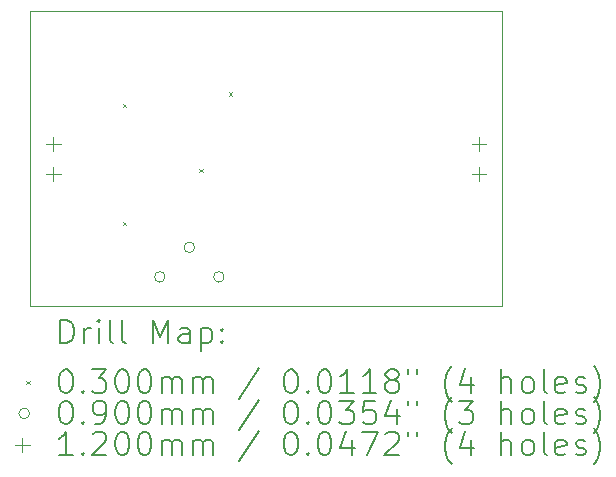
<source format=gbr>
%TF.GenerationSoftware,KiCad,Pcbnew,8.0.3*%
%TF.CreationDate,2024-07-15T18:44:32+02:00*%
%TF.ProjectId,DCDC,44434443-2e6b-4696-9361-645f70636258,rev?*%
%TF.SameCoordinates,Original*%
%TF.FileFunction,Drillmap*%
%TF.FilePolarity,Positive*%
%FSLAX45Y45*%
G04 Gerber Fmt 4.5, Leading zero omitted, Abs format (unit mm)*
G04 Created by KiCad (PCBNEW 8.0.3) date 2024-07-15 18:44:32*
%MOMM*%
%LPD*%
G01*
G04 APERTURE LIST*
%ADD10C,0.050000*%
%ADD11C,0.200000*%
%ADD12C,0.100000*%
%ADD13C,0.120000*%
G04 APERTURE END LIST*
D10*
X8763000Y-10390500D02*
X12763000Y-10390500D01*
X12763000Y-12890500D01*
X8763000Y-12890500D01*
X8763000Y-10390500D01*
D11*
D12*
X9548000Y-11175500D02*
X9578000Y-11205500D01*
X9578000Y-11175500D02*
X9548000Y-11205500D01*
X9548000Y-12175500D02*
X9578000Y-12205500D01*
X9578000Y-12175500D02*
X9548000Y-12205500D01*
X10198000Y-11725500D02*
X10228000Y-11755500D01*
X10228000Y-11725500D02*
X10198000Y-11755500D01*
X10448000Y-11075500D02*
X10478000Y-11105500D01*
X10478000Y-11075500D02*
X10448000Y-11105500D01*
X9908000Y-12640500D02*
G75*
G02*
X9818000Y-12640500I-45000J0D01*
G01*
X9818000Y-12640500D02*
G75*
G02*
X9908000Y-12640500I45000J0D01*
G01*
X10158000Y-12390500D02*
G75*
G02*
X10068000Y-12390500I-45000J0D01*
G01*
X10068000Y-12390500D02*
G75*
G02*
X10158000Y-12390500I45000J0D01*
G01*
X10408000Y-12640500D02*
G75*
G02*
X10318000Y-12640500I-45000J0D01*
G01*
X10318000Y-12640500D02*
G75*
G02*
X10408000Y-12640500I45000J0D01*
G01*
D13*
X8963000Y-11453500D02*
X8963000Y-11573500D01*
X8903000Y-11513500D02*
X9023000Y-11513500D01*
X8963000Y-11707500D02*
X8963000Y-11827500D01*
X8903000Y-11767500D02*
X9023000Y-11767500D01*
X12563000Y-11453500D02*
X12563000Y-11573500D01*
X12503000Y-11513500D02*
X12623000Y-11513500D01*
X12563000Y-11707500D02*
X12563000Y-11827500D01*
X12503000Y-11767500D02*
X12623000Y-11767500D01*
D11*
X9021277Y-13204484D02*
X9021277Y-13004484D01*
X9021277Y-13004484D02*
X9068896Y-13004484D01*
X9068896Y-13004484D02*
X9097467Y-13014008D01*
X9097467Y-13014008D02*
X9116515Y-13033055D01*
X9116515Y-13033055D02*
X9126039Y-13052103D01*
X9126039Y-13052103D02*
X9135563Y-13090198D01*
X9135563Y-13090198D02*
X9135563Y-13118769D01*
X9135563Y-13118769D02*
X9126039Y-13156865D01*
X9126039Y-13156865D02*
X9116515Y-13175912D01*
X9116515Y-13175912D02*
X9097467Y-13194960D01*
X9097467Y-13194960D02*
X9068896Y-13204484D01*
X9068896Y-13204484D02*
X9021277Y-13204484D01*
X9221277Y-13204484D02*
X9221277Y-13071150D01*
X9221277Y-13109246D02*
X9230801Y-13090198D01*
X9230801Y-13090198D02*
X9240324Y-13080674D01*
X9240324Y-13080674D02*
X9259372Y-13071150D01*
X9259372Y-13071150D02*
X9278420Y-13071150D01*
X9345086Y-13204484D02*
X9345086Y-13071150D01*
X9345086Y-13004484D02*
X9335563Y-13014008D01*
X9335563Y-13014008D02*
X9345086Y-13023531D01*
X9345086Y-13023531D02*
X9354610Y-13014008D01*
X9354610Y-13014008D02*
X9345086Y-13004484D01*
X9345086Y-13004484D02*
X9345086Y-13023531D01*
X9468896Y-13204484D02*
X9449848Y-13194960D01*
X9449848Y-13194960D02*
X9440324Y-13175912D01*
X9440324Y-13175912D02*
X9440324Y-13004484D01*
X9573658Y-13204484D02*
X9554610Y-13194960D01*
X9554610Y-13194960D02*
X9545086Y-13175912D01*
X9545086Y-13175912D02*
X9545086Y-13004484D01*
X9802229Y-13204484D02*
X9802229Y-13004484D01*
X9802229Y-13004484D02*
X9868896Y-13147341D01*
X9868896Y-13147341D02*
X9935563Y-13004484D01*
X9935563Y-13004484D02*
X9935563Y-13204484D01*
X10116515Y-13204484D02*
X10116515Y-13099722D01*
X10116515Y-13099722D02*
X10106991Y-13080674D01*
X10106991Y-13080674D02*
X10087944Y-13071150D01*
X10087944Y-13071150D02*
X10049848Y-13071150D01*
X10049848Y-13071150D02*
X10030801Y-13080674D01*
X10116515Y-13194960D02*
X10097467Y-13204484D01*
X10097467Y-13204484D02*
X10049848Y-13204484D01*
X10049848Y-13204484D02*
X10030801Y-13194960D01*
X10030801Y-13194960D02*
X10021277Y-13175912D01*
X10021277Y-13175912D02*
X10021277Y-13156865D01*
X10021277Y-13156865D02*
X10030801Y-13137817D01*
X10030801Y-13137817D02*
X10049848Y-13128293D01*
X10049848Y-13128293D02*
X10097467Y-13128293D01*
X10097467Y-13128293D02*
X10116515Y-13118769D01*
X10211753Y-13071150D02*
X10211753Y-13271150D01*
X10211753Y-13080674D02*
X10230801Y-13071150D01*
X10230801Y-13071150D02*
X10268896Y-13071150D01*
X10268896Y-13071150D02*
X10287944Y-13080674D01*
X10287944Y-13080674D02*
X10297467Y-13090198D01*
X10297467Y-13090198D02*
X10306991Y-13109246D01*
X10306991Y-13109246D02*
X10306991Y-13166388D01*
X10306991Y-13166388D02*
X10297467Y-13185436D01*
X10297467Y-13185436D02*
X10287944Y-13194960D01*
X10287944Y-13194960D02*
X10268896Y-13204484D01*
X10268896Y-13204484D02*
X10230801Y-13204484D01*
X10230801Y-13204484D02*
X10211753Y-13194960D01*
X10392705Y-13185436D02*
X10402229Y-13194960D01*
X10402229Y-13194960D02*
X10392705Y-13204484D01*
X10392705Y-13204484D02*
X10383182Y-13194960D01*
X10383182Y-13194960D02*
X10392705Y-13185436D01*
X10392705Y-13185436D02*
X10392705Y-13204484D01*
X10392705Y-13080674D02*
X10402229Y-13090198D01*
X10402229Y-13090198D02*
X10392705Y-13099722D01*
X10392705Y-13099722D02*
X10383182Y-13090198D01*
X10383182Y-13090198D02*
X10392705Y-13080674D01*
X10392705Y-13080674D02*
X10392705Y-13099722D01*
D12*
X8730500Y-13518000D02*
X8760500Y-13548000D01*
X8760500Y-13518000D02*
X8730500Y-13548000D01*
D11*
X9059372Y-13424484D02*
X9078420Y-13424484D01*
X9078420Y-13424484D02*
X9097467Y-13434008D01*
X9097467Y-13434008D02*
X9106991Y-13443531D01*
X9106991Y-13443531D02*
X9116515Y-13462579D01*
X9116515Y-13462579D02*
X9126039Y-13500674D01*
X9126039Y-13500674D02*
X9126039Y-13548293D01*
X9126039Y-13548293D02*
X9116515Y-13586388D01*
X9116515Y-13586388D02*
X9106991Y-13605436D01*
X9106991Y-13605436D02*
X9097467Y-13614960D01*
X9097467Y-13614960D02*
X9078420Y-13624484D01*
X9078420Y-13624484D02*
X9059372Y-13624484D01*
X9059372Y-13624484D02*
X9040324Y-13614960D01*
X9040324Y-13614960D02*
X9030801Y-13605436D01*
X9030801Y-13605436D02*
X9021277Y-13586388D01*
X9021277Y-13586388D02*
X9011753Y-13548293D01*
X9011753Y-13548293D02*
X9011753Y-13500674D01*
X9011753Y-13500674D02*
X9021277Y-13462579D01*
X9021277Y-13462579D02*
X9030801Y-13443531D01*
X9030801Y-13443531D02*
X9040324Y-13434008D01*
X9040324Y-13434008D02*
X9059372Y-13424484D01*
X9211753Y-13605436D02*
X9221277Y-13614960D01*
X9221277Y-13614960D02*
X9211753Y-13624484D01*
X9211753Y-13624484D02*
X9202229Y-13614960D01*
X9202229Y-13614960D02*
X9211753Y-13605436D01*
X9211753Y-13605436D02*
X9211753Y-13624484D01*
X9287944Y-13424484D02*
X9411753Y-13424484D01*
X9411753Y-13424484D02*
X9345086Y-13500674D01*
X9345086Y-13500674D02*
X9373658Y-13500674D01*
X9373658Y-13500674D02*
X9392705Y-13510198D01*
X9392705Y-13510198D02*
X9402229Y-13519722D01*
X9402229Y-13519722D02*
X9411753Y-13538769D01*
X9411753Y-13538769D02*
X9411753Y-13586388D01*
X9411753Y-13586388D02*
X9402229Y-13605436D01*
X9402229Y-13605436D02*
X9392705Y-13614960D01*
X9392705Y-13614960D02*
X9373658Y-13624484D01*
X9373658Y-13624484D02*
X9316515Y-13624484D01*
X9316515Y-13624484D02*
X9297467Y-13614960D01*
X9297467Y-13614960D02*
X9287944Y-13605436D01*
X9535563Y-13424484D02*
X9554610Y-13424484D01*
X9554610Y-13424484D02*
X9573658Y-13434008D01*
X9573658Y-13434008D02*
X9583182Y-13443531D01*
X9583182Y-13443531D02*
X9592705Y-13462579D01*
X9592705Y-13462579D02*
X9602229Y-13500674D01*
X9602229Y-13500674D02*
X9602229Y-13548293D01*
X9602229Y-13548293D02*
X9592705Y-13586388D01*
X9592705Y-13586388D02*
X9583182Y-13605436D01*
X9583182Y-13605436D02*
X9573658Y-13614960D01*
X9573658Y-13614960D02*
X9554610Y-13624484D01*
X9554610Y-13624484D02*
X9535563Y-13624484D01*
X9535563Y-13624484D02*
X9516515Y-13614960D01*
X9516515Y-13614960D02*
X9506991Y-13605436D01*
X9506991Y-13605436D02*
X9497467Y-13586388D01*
X9497467Y-13586388D02*
X9487944Y-13548293D01*
X9487944Y-13548293D02*
X9487944Y-13500674D01*
X9487944Y-13500674D02*
X9497467Y-13462579D01*
X9497467Y-13462579D02*
X9506991Y-13443531D01*
X9506991Y-13443531D02*
X9516515Y-13434008D01*
X9516515Y-13434008D02*
X9535563Y-13424484D01*
X9726039Y-13424484D02*
X9745086Y-13424484D01*
X9745086Y-13424484D02*
X9764134Y-13434008D01*
X9764134Y-13434008D02*
X9773658Y-13443531D01*
X9773658Y-13443531D02*
X9783182Y-13462579D01*
X9783182Y-13462579D02*
X9792705Y-13500674D01*
X9792705Y-13500674D02*
X9792705Y-13548293D01*
X9792705Y-13548293D02*
X9783182Y-13586388D01*
X9783182Y-13586388D02*
X9773658Y-13605436D01*
X9773658Y-13605436D02*
X9764134Y-13614960D01*
X9764134Y-13614960D02*
X9745086Y-13624484D01*
X9745086Y-13624484D02*
X9726039Y-13624484D01*
X9726039Y-13624484D02*
X9706991Y-13614960D01*
X9706991Y-13614960D02*
X9697467Y-13605436D01*
X9697467Y-13605436D02*
X9687944Y-13586388D01*
X9687944Y-13586388D02*
X9678420Y-13548293D01*
X9678420Y-13548293D02*
X9678420Y-13500674D01*
X9678420Y-13500674D02*
X9687944Y-13462579D01*
X9687944Y-13462579D02*
X9697467Y-13443531D01*
X9697467Y-13443531D02*
X9706991Y-13434008D01*
X9706991Y-13434008D02*
X9726039Y-13424484D01*
X9878420Y-13624484D02*
X9878420Y-13491150D01*
X9878420Y-13510198D02*
X9887944Y-13500674D01*
X9887944Y-13500674D02*
X9906991Y-13491150D01*
X9906991Y-13491150D02*
X9935563Y-13491150D01*
X9935563Y-13491150D02*
X9954610Y-13500674D01*
X9954610Y-13500674D02*
X9964134Y-13519722D01*
X9964134Y-13519722D02*
X9964134Y-13624484D01*
X9964134Y-13519722D02*
X9973658Y-13500674D01*
X9973658Y-13500674D02*
X9992705Y-13491150D01*
X9992705Y-13491150D02*
X10021277Y-13491150D01*
X10021277Y-13491150D02*
X10040325Y-13500674D01*
X10040325Y-13500674D02*
X10049848Y-13519722D01*
X10049848Y-13519722D02*
X10049848Y-13624484D01*
X10145086Y-13624484D02*
X10145086Y-13491150D01*
X10145086Y-13510198D02*
X10154610Y-13500674D01*
X10154610Y-13500674D02*
X10173658Y-13491150D01*
X10173658Y-13491150D02*
X10202229Y-13491150D01*
X10202229Y-13491150D02*
X10221277Y-13500674D01*
X10221277Y-13500674D02*
X10230801Y-13519722D01*
X10230801Y-13519722D02*
X10230801Y-13624484D01*
X10230801Y-13519722D02*
X10240325Y-13500674D01*
X10240325Y-13500674D02*
X10259372Y-13491150D01*
X10259372Y-13491150D02*
X10287944Y-13491150D01*
X10287944Y-13491150D02*
X10306991Y-13500674D01*
X10306991Y-13500674D02*
X10316515Y-13519722D01*
X10316515Y-13519722D02*
X10316515Y-13624484D01*
X10706991Y-13414960D02*
X10535563Y-13672103D01*
X10964134Y-13424484D02*
X10983182Y-13424484D01*
X10983182Y-13424484D02*
X11002229Y-13434008D01*
X11002229Y-13434008D02*
X11011753Y-13443531D01*
X11011753Y-13443531D02*
X11021277Y-13462579D01*
X11021277Y-13462579D02*
X11030801Y-13500674D01*
X11030801Y-13500674D02*
X11030801Y-13548293D01*
X11030801Y-13548293D02*
X11021277Y-13586388D01*
X11021277Y-13586388D02*
X11011753Y-13605436D01*
X11011753Y-13605436D02*
X11002229Y-13614960D01*
X11002229Y-13614960D02*
X10983182Y-13624484D01*
X10983182Y-13624484D02*
X10964134Y-13624484D01*
X10964134Y-13624484D02*
X10945087Y-13614960D01*
X10945087Y-13614960D02*
X10935563Y-13605436D01*
X10935563Y-13605436D02*
X10926039Y-13586388D01*
X10926039Y-13586388D02*
X10916515Y-13548293D01*
X10916515Y-13548293D02*
X10916515Y-13500674D01*
X10916515Y-13500674D02*
X10926039Y-13462579D01*
X10926039Y-13462579D02*
X10935563Y-13443531D01*
X10935563Y-13443531D02*
X10945087Y-13434008D01*
X10945087Y-13434008D02*
X10964134Y-13424484D01*
X11116515Y-13605436D02*
X11126039Y-13614960D01*
X11126039Y-13614960D02*
X11116515Y-13624484D01*
X11116515Y-13624484D02*
X11106991Y-13614960D01*
X11106991Y-13614960D02*
X11116515Y-13605436D01*
X11116515Y-13605436D02*
X11116515Y-13624484D01*
X11249848Y-13424484D02*
X11268896Y-13424484D01*
X11268896Y-13424484D02*
X11287944Y-13434008D01*
X11287944Y-13434008D02*
X11297467Y-13443531D01*
X11297467Y-13443531D02*
X11306991Y-13462579D01*
X11306991Y-13462579D02*
X11316515Y-13500674D01*
X11316515Y-13500674D02*
X11316515Y-13548293D01*
X11316515Y-13548293D02*
X11306991Y-13586388D01*
X11306991Y-13586388D02*
X11297467Y-13605436D01*
X11297467Y-13605436D02*
X11287944Y-13614960D01*
X11287944Y-13614960D02*
X11268896Y-13624484D01*
X11268896Y-13624484D02*
X11249848Y-13624484D01*
X11249848Y-13624484D02*
X11230801Y-13614960D01*
X11230801Y-13614960D02*
X11221277Y-13605436D01*
X11221277Y-13605436D02*
X11211753Y-13586388D01*
X11211753Y-13586388D02*
X11202229Y-13548293D01*
X11202229Y-13548293D02*
X11202229Y-13500674D01*
X11202229Y-13500674D02*
X11211753Y-13462579D01*
X11211753Y-13462579D02*
X11221277Y-13443531D01*
X11221277Y-13443531D02*
X11230801Y-13434008D01*
X11230801Y-13434008D02*
X11249848Y-13424484D01*
X11506991Y-13624484D02*
X11392706Y-13624484D01*
X11449848Y-13624484D02*
X11449848Y-13424484D01*
X11449848Y-13424484D02*
X11430801Y-13453055D01*
X11430801Y-13453055D02*
X11411753Y-13472103D01*
X11411753Y-13472103D02*
X11392706Y-13481627D01*
X11697467Y-13624484D02*
X11583182Y-13624484D01*
X11640325Y-13624484D02*
X11640325Y-13424484D01*
X11640325Y-13424484D02*
X11621277Y-13453055D01*
X11621277Y-13453055D02*
X11602229Y-13472103D01*
X11602229Y-13472103D02*
X11583182Y-13481627D01*
X11811753Y-13510198D02*
X11792706Y-13500674D01*
X11792706Y-13500674D02*
X11783182Y-13491150D01*
X11783182Y-13491150D02*
X11773658Y-13472103D01*
X11773658Y-13472103D02*
X11773658Y-13462579D01*
X11773658Y-13462579D02*
X11783182Y-13443531D01*
X11783182Y-13443531D02*
X11792706Y-13434008D01*
X11792706Y-13434008D02*
X11811753Y-13424484D01*
X11811753Y-13424484D02*
X11849848Y-13424484D01*
X11849848Y-13424484D02*
X11868896Y-13434008D01*
X11868896Y-13434008D02*
X11878420Y-13443531D01*
X11878420Y-13443531D02*
X11887944Y-13462579D01*
X11887944Y-13462579D02*
X11887944Y-13472103D01*
X11887944Y-13472103D02*
X11878420Y-13491150D01*
X11878420Y-13491150D02*
X11868896Y-13500674D01*
X11868896Y-13500674D02*
X11849848Y-13510198D01*
X11849848Y-13510198D02*
X11811753Y-13510198D01*
X11811753Y-13510198D02*
X11792706Y-13519722D01*
X11792706Y-13519722D02*
X11783182Y-13529246D01*
X11783182Y-13529246D02*
X11773658Y-13548293D01*
X11773658Y-13548293D02*
X11773658Y-13586388D01*
X11773658Y-13586388D02*
X11783182Y-13605436D01*
X11783182Y-13605436D02*
X11792706Y-13614960D01*
X11792706Y-13614960D02*
X11811753Y-13624484D01*
X11811753Y-13624484D02*
X11849848Y-13624484D01*
X11849848Y-13624484D02*
X11868896Y-13614960D01*
X11868896Y-13614960D02*
X11878420Y-13605436D01*
X11878420Y-13605436D02*
X11887944Y-13586388D01*
X11887944Y-13586388D02*
X11887944Y-13548293D01*
X11887944Y-13548293D02*
X11878420Y-13529246D01*
X11878420Y-13529246D02*
X11868896Y-13519722D01*
X11868896Y-13519722D02*
X11849848Y-13510198D01*
X11964134Y-13424484D02*
X11964134Y-13462579D01*
X12040325Y-13424484D02*
X12040325Y-13462579D01*
X12335563Y-13700674D02*
X12326039Y-13691150D01*
X12326039Y-13691150D02*
X12306991Y-13662579D01*
X12306991Y-13662579D02*
X12297468Y-13643531D01*
X12297468Y-13643531D02*
X12287944Y-13614960D01*
X12287944Y-13614960D02*
X12278420Y-13567341D01*
X12278420Y-13567341D02*
X12278420Y-13529246D01*
X12278420Y-13529246D02*
X12287944Y-13481627D01*
X12287944Y-13481627D02*
X12297468Y-13453055D01*
X12297468Y-13453055D02*
X12306991Y-13434008D01*
X12306991Y-13434008D02*
X12326039Y-13405436D01*
X12326039Y-13405436D02*
X12335563Y-13395912D01*
X12497468Y-13491150D02*
X12497468Y-13624484D01*
X12449848Y-13414960D02*
X12402229Y-13557817D01*
X12402229Y-13557817D02*
X12526039Y-13557817D01*
X12754610Y-13624484D02*
X12754610Y-13424484D01*
X12840325Y-13624484D02*
X12840325Y-13519722D01*
X12840325Y-13519722D02*
X12830801Y-13500674D01*
X12830801Y-13500674D02*
X12811753Y-13491150D01*
X12811753Y-13491150D02*
X12783182Y-13491150D01*
X12783182Y-13491150D02*
X12764134Y-13500674D01*
X12764134Y-13500674D02*
X12754610Y-13510198D01*
X12964134Y-13624484D02*
X12945087Y-13614960D01*
X12945087Y-13614960D02*
X12935563Y-13605436D01*
X12935563Y-13605436D02*
X12926039Y-13586388D01*
X12926039Y-13586388D02*
X12926039Y-13529246D01*
X12926039Y-13529246D02*
X12935563Y-13510198D01*
X12935563Y-13510198D02*
X12945087Y-13500674D01*
X12945087Y-13500674D02*
X12964134Y-13491150D01*
X12964134Y-13491150D02*
X12992706Y-13491150D01*
X12992706Y-13491150D02*
X13011753Y-13500674D01*
X13011753Y-13500674D02*
X13021277Y-13510198D01*
X13021277Y-13510198D02*
X13030801Y-13529246D01*
X13030801Y-13529246D02*
X13030801Y-13586388D01*
X13030801Y-13586388D02*
X13021277Y-13605436D01*
X13021277Y-13605436D02*
X13011753Y-13614960D01*
X13011753Y-13614960D02*
X12992706Y-13624484D01*
X12992706Y-13624484D02*
X12964134Y-13624484D01*
X13145087Y-13624484D02*
X13126039Y-13614960D01*
X13126039Y-13614960D02*
X13116515Y-13595912D01*
X13116515Y-13595912D02*
X13116515Y-13424484D01*
X13297468Y-13614960D02*
X13278420Y-13624484D01*
X13278420Y-13624484D02*
X13240325Y-13624484D01*
X13240325Y-13624484D02*
X13221277Y-13614960D01*
X13221277Y-13614960D02*
X13211753Y-13595912D01*
X13211753Y-13595912D02*
X13211753Y-13519722D01*
X13211753Y-13519722D02*
X13221277Y-13500674D01*
X13221277Y-13500674D02*
X13240325Y-13491150D01*
X13240325Y-13491150D02*
X13278420Y-13491150D01*
X13278420Y-13491150D02*
X13297468Y-13500674D01*
X13297468Y-13500674D02*
X13306991Y-13519722D01*
X13306991Y-13519722D02*
X13306991Y-13538769D01*
X13306991Y-13538769D02*
X13211753Y-13557817D01*
X13383182Y-13614960D02*
X13402230Y-13624484D01*
X13402230Y-13624484D02*
X13440325Y-13624484D01*
X13440325Y-13624484D02*
X13459372Y-13614960D01*
X13459372Y-13614960D02*
X13468896Y-13595912D01*
X13468896Y-13595912D02*
X13468896Y-13586388D01*
X13468896Y-13586388D02*
X13459372Y-13567341D01*
X13459372Y-13567341D02*
X13440325Y-13557817D01*
X13440325Y-13557817D02*
X13411753Y-13557817D01*
X13411753Y-13557817D02*
X13392706Y-13548293D01*
X13392706Y-13548293D02*
X13383182Y-13529246D01*
X13383182Y-13529246D02*
X13383182Y-13519722D01*
X13383182Y-13519722D02*
X13392706Y-13500674D01*
X13392706Y-13500674D02*
X13411753Y-13491150D01*
X13411753Y-13491150D02*
X13440325Y-13491150D01*
X13440325Y-13491150D02*
X13459372Y-13500674D01*
X13535563Y-13700674D02*
X13545087Y-13691150D01*
X13545087Y-13691150D02*
X13564134Y-13662579D01*
X13564134Y-13662579D02*
X13573658Y-13643531D01*
X13573658Y-13643531D02*
X13583182Y-13614960D01*
X13583182Y-13614960D02*
X13592706Y-13567341D01*
X13592706Y-13567341D02*
X13592706Y-13529246D01*
X13592706Y-13529246D02*
X13583182Y-13481627D01*
X13583182Y-13481627D02*
X13573658Y-13453055D01*
X13573658Y-13453055D02*
X13564134Y-13434008D01*
X13564134Y-13434008D02*
X13545087Y-13405436D01*
X13545087Y-13405436D02*
X13535563Y-13395912D01*
D12*
X8760500Y-13797000D02*
G75*
G02*
X8670500Y-13797000I-45000J0D01*
G01*
X8670500Y-13797000D02*
G75*
G02*
X8760500Y-13797000I45000J0D01*
G01*
D11*
X9059372Y-13688484D02*
X9078420Y-13688484D01*
X9078420Y-13688484D02*
X9097467Y-13698008D01*
X9097467Y-13698008D02*
X9106991Y-13707531D01*
X9106991Y-13707531D02*
X9116515Y-13726579D01*
X9116515Y-13726579D02*
X9126039Y-13764674D01*
X9126039Y-13764674D02*
X9126039Y-13812293D01*
X9126039Y-13812293D02*
X9116515Y-13850388D01*
X9116515Y-13850388D02*
X9106991Y-13869436D01*
X9106991Y-13869436D02*
X9097467Y-13878960D01*
X9097467Y-13878960D02*
X9078420Y-13888484D01*
X9078420Y-13888484D02*
X9059372Y-13888484D01*
X9059372Y-13888484D02*
X9040324Y-13878960D01*
X9040324Y-13878960D02*
X9030801Y-13869436D01*
X9030801Y-13869436D02*
X9021277Y-13850388D01*
X9021277Y-13850388D02*
X9011753Y-13812293D01*
X9011753Y-13812293D02*
X9011753Y-13764674D01*
X9011753Y-13764674D02*
X9021277Y-13726579D01*
X9021277Y-13726579D02*
X9030801Y-13707531D01*
X9030801Y-13707531D02*
X9040324Y-13698008D01*
X9040324Y-13698008D02*
X9059372Y-13688484D01*
X9211753Y-13869436D02*
X9221277Y-13878960D01*
X9221277Y-13878960D02*
X9211753Y-13888484D01*
X9211753Y-13888484D02*
X9202229Y-13878960D01*
X9202229Y-13878960D02*
X9211753Y-13869436D01*
X9211753Y-13869436D02*
X9211753Y-13888484D01*
X9316515Y-13888484D02*
X9354610Y-13888484D01*
X9354610Y-13888484D02*
X9373658Y-13878960D01*
X9373658Y-13878960D02*
X9383182Y-13869436D01*
X9383182Y-13869436D02*
X9402229Y-13840865D01*
X9402229Y-13840865D02*
X9411753Y-13802769D01*
X9411753Y-13802769D02*
X9411753Y-13726579D01*
X9411753Y-13726579D02*
X9402229Y-13707531D01*
X9402229Y-13707531D02*
X9392705Y-13698008D01*
X9392705Y-13698008D02*
X9373658Y-13688484D01*
X9373658Y-13688484D02*
X9335563Y-13688484D01*
X9335563Y-13688484D02*
X9316515Y-13698008D01*
X9316515Y-13698008D02*
X9306991Y-13707531D01*
X9306991Y-13707531D02*
X9297467Y-13726579D01*
X9297467Y-13726579D02*
X9297467Y-13774198D01*
X9297467Y-13774198D02*
X9306991Y-13793246D01*
X9306991Y-13793246D02*
X9316515Y-13802769D01*
X9316515Y-13802769D02*
X9335563Y-13812293D01*
X9335563Y-13812293D02*
X9373658Y-13812293D01*
X9373658Y-13812293D02*
X9392705Y-13802769D01*
X9392705Y-13802769D02*
X9402229Y-13793246D01*
X9402229Y-13793246D02*
X9411753Y-13774198D01*
X9535563Y-13688484D02*
X9554610Y-13688484D01*
X9554610Y-13688484D02*
X9573658Y-13698008D01*
X9573658Y-13698008D02*
X9583182Y-13707531D01*
X9583182Y-13707531D02*
X9592705Y-13726579D01*
X9592705Y-13726579D02*
X9602229Y-13764674D01*
X9602229Y-13764674D02*
X9602229Y-13812293D01*
X9602229Y-13812293D02*
X9592705Y-13850388D01*
X9592705Y-13850388D02*
X9583182Y-13869436D01*
X9583182Y-13869436D02*
X9573658Y-13878960D01*
X9573658Y-13878960D02*
X9554610Y-13888484D01*
X9554610Y-13888484D02*
X9535563Y-13888484D01*
X9535563Y-13888484D02*
X9516515Y-13878960D01*
X9516515Y-13878960D02*
X9506991Y-13869436D01*
X9506991Y-13869436D02*
X9497467Y-13850388D01*
X9497467Y-13850388D02*
X9487944Y-13812293D01*
X9487944Y-13812293D02*
X9487944Y-13764674D01*
X9487944Y-13764674D02*
X9497467Y-13726579D01*
X9497467Y-13726579D02*
X9506991Y-13707531D01*
X9506991Y-13707531D02*
X9516515Y-13698008D01*
X9516515Y-13698008D02*
X9535563Y-13688484D01*
X9726039Y-13688484D02*
X9745086Y-13688484D01*
X9745086Y-13688484D02*
X9764134Y-13698008D01*
X9764134Y-13698008D02*
X9773658Y-13707531D01*
X9773658Y-13707531D02*
X9783182Y-13726579D01*
X9783182Y-13726579D02*
X9792705Y-13764674D01*
X9792705Y-13764674D02*
X9792705Y-13812293D01*
X9792705Y-13812293D02*
X9783182Y-13850388D01*
X9783182Y-13850388D02*
X9773658Y-13869436D01*
X9773658Y-13869436D02*
X9764134Y-13878960D01*
X9764134Y-13878960D02*
X9745086Y-13888484D01*
X9745086Y-13888484D02*
X9726039Y-13888484D01*
X9726039Y-13888484D02*
X9706991Y-13878960D01*
X9706991Y-13878960D02*
X9697467Y-13869436D01*
X9697467Y-13869436D02*
X9687944Y-13850388D01*
X9687944Y-13850388D02*
X9678420Y-13812293D01*
X9678420Y-13812293D02*
X9678420Y-13764674D01*
X9678420Y-13764674D02*
X9687944Y-13726579D01*
X9687944Y-13726579D02*
X9697467Y-13707531D01*
X9697467Y-13707531D02*
X9706991Y-13698008D01*
X9706991Y-13698008D02*
X9726039Y-13688484D01*
X9878420Y-13888484D02*
X9878420Y-13755150D01*
X9878420Y-13774198D02*
X9887944Y-13764674D01*
X9887944Y-13764674D02*
X9906991Y-13755150D01*
X9906991Y-13755150D02*
X9935563Y-13755150D01*
X9935563Y-13755150D02*
X9954610Y-13764674D01*
X9954610Y-13764674D02*
X9964134Y-13783722D01*
X9964134Y-13783722D02*
X9964134Y-13888484D01*
X9964134Y-13783722D02*
X9973658Y-13764674D01*
X9973658Y-13764674D02*
X9992705Y-13755150D01*
X9992705Y-13755150D02*
X10021277Y-13755150D01*
X10021277Y-13755150D02*
X10040325Y-13764674D01*
X10040325Y-13764674D02*
X10049848Y-13783722D01*
X10049848Y-13783722D02*
X10049848Y-13888484D01*
X10145086Y-13888484D02*
X10145086Y-13755150D01*
X10145086Y-13774198D02*
X10154610Y-13764674D01*
X10154610Y-13764674D02*
X10173658Y-13755150D01*
X10173658Y-13755150D02*
X10202229Y-13755150D01*
X10202229Y-13755150D02*
X10221277Y-13764674D01*
X10221277Y-13764674D02*
X10230801Y-13783722D01*
X10230801Y-13783722D02*
X10230801Y-13888484D01*
X10230801Y-13783722D02*
X10240325Y-13764674D01*
X10240325Y-13764674D02*
X10259372Y-13755150D01*
X10259372Y-13755150D02*
X10287944Y-13755150D01*
X10287944Y-13755150D02*
X10306991Y-13764674D01*
X10306991Y-13764674D02*
X10316515Y-13783722D01*
X10316515Y-13783722D02*
X10316515Y-13888484D01*
X10706991Y-13678960D02*
X10535563Y-13936103D01*
X10964134Y-13688484D02*
X10983182Y-13688484D01*
X10983182Y-13688484D02*
X11002229Y-13698008D01*
X11002229Y-13698008D02*
X11011753Y-13707531D01*
X11011753Y-13707531D02*
X11021277Y-13726579D01*
X11021277Y-13726579D02*
X11030801Y-13764674D01*
X11030801Y-13764674D02*
X11030801Y-13812293D01*
X11030801Y-13812293D02*
X11021277Y-13850388D01*
X11021277Y-13850388D02*
X11011753Y-13869436D01*
X11011753Y-13869436D02*
X11002229Y-13878960D01*
X11002229Y-13878960D02*
X10983182Y-13888484D01*
X10983182Y-13888484D02*
X10964134Y-13888484D01*
X10964134Y-13888484D02*
X10945087Y-13878960D01*
X10945087Y-13878960D02*
X10935563Y-13869436D01*
X10935563Y-13869436D02*
X10926039Y-13850388D01*
X10926039Y-13850388D02*
X10916515Y-13812293D01*
X10916515Y-13812293D02*
X10916515Y-13764674D01*
X10916515Y-13764674D02*
X10926039Y-13726579D01*
X10926039Y-13726579D02*
X10935563Y-13707531D01*
X10935563Y-13707531D02*
X10945087Y-13698008D01*
X10945087Y-13698008D02*
X10964134Y-13688484D01*
X11116515Y-13869436D02*
X11126039Y-13878960D01*
X11126039Y-13878960D02*
X11116515Y-13888484D01*
X11116515Y-13888484D02*
X11106991Y-13878960D01*
X11106991Y-13878960D02*
X11116515Y-13869436D01*
X11116515Y-13869436D02*
X11116515Y-13888484D01*
X11249848Y-13688484D02*
X11268896Y-13688484D01*
X11268896Y-13688484D02*
X11287944Y-13698008D01*
X11287944Y-13698008D02*
X11297467Y-13707531D01*
X11297467Y-13707531D02*
X11306991Y-13726579D01*
X11306991Y-13726579D02*
X11316515Y-13764674D01*
X11316515Y-13764674D02*
X11316515Y-13812293D01*
X11316515Y-13812293D02*
X11306991Y-13850388D01*
X11306991Y-13850388D02*
X11297467Y-13869436D01*
X11297467Y-13869436D02*
X11287944Y-13878960D01*
X11287944Y-13878960D02*
X11268896Y-13888484D01*
X11268896Y-13888484D02*
X11249848Y-13888484D01*
X11249848Y-13888484D02*
X11230801Y-13878960D01*
X11230801Y-13878960D02*
X11221277Y-13869436D01*
X11221277Y-13869436D02*
X11211753Y-13850388D01*
X11211753Y-13850388D02*
X11202229Y-13812293D01*
X11202229Y-13812293D02*
X11202229Y-13764674D01*
X11202229Y-13764674D02*
X11211753Y-13726579D01*
X11211753Y-13726579D02*
X11221277Y-13707531D01*
X11221277Y-13707531D02*
X11230801Y-13698008D01*
X11230801Y-13698008D02*
X11249848Y-13688484D01*
X11383182Y-13688484D02*
X11506991Y-13688484D01*
X11506991Y-13688484D02*
X11440325Y-13764674D01*
X11440325Y-13764674D02*
X11468896Y-13764674D01*
X11468896Y-13764674D02*
X11487944Y-13774198D01*
X11487944Y-13774198D02*
X11497467Y-13783722D01*
X11497467Y-13783722D02*
X11506991Y-13802769D01*
X11506991Y-13802769D02*
X11506991Y-13850388D01*
X11506991Y-13850388D02*
X11497467Y-13869436D01*
X11497467Y-13869436D02*
X11487944Y-13878960D01*
X11487944Y-13878960D02*
X11468896Y-13888484D01*
X11468896Y-13888484D02*
X11411753Y-13888484D01*
X11411753Y-13888484D02*
X11392706Y-13878960D01*
X11392706Y-13878960D02*
X11383182Y-13869436D01*
X11687944Y-13688484D02*
X11592706Y-13688484D01*
X11592706Y-13688484D02*
X11583182Y-13783722D01*
X11583182Y-13783722D02*
X11592706Y-13774198D01*
X11592706Y-13774198D02*
X11611753Y-13764674D01*
X11611753Y-13764674D02*
X11659372Y-13764674D01*
X11659372Y-13764674D02*
X11678420Y-13774198D01*
X11678420Y-13774198D02*
X11687944Y-13783722D01*
X11687944Y-13783722D02*
X11697467Y-13802769D01*
X11697467Y-13802769D02*
X11697467Y-13850388D01*
X11697467Y-13850388D02*
X11687944Y-13869436D01*
X11687944Y-13869436D02*
X11678420Y-13878960D01*
X11678420Y-13878960D02*
X11659372Y-13888484D01*
X11659372Y-13888484D02*
X11611753Y-13888484D01*
X11611753Y-13888484D02*
X11592706Y-13878960D01*
X11592706Y-13878960D02*
X11583182Y-13869436D01*
X11868896Y-13755150D02*
X11868896Y-13888484D01*
X11821277Y-13678960D02*
X11773658Y-13821817D01*
X11773658Y-13821817D02*
X11897467Y-13821817D01*
X11964134Y-13688484D02*
X11964134Y-13726579D01*
X12040325Y-13688484D02*
X12040325Y-13726579D01*
X12335563Y-13964674D02*
X12326039Y-13955150D01*
X12326039Y-13955150D02*
X12306991Y-13926579D01*
X12306991Y-13926579D02*
X12297468Y-13907531D01*
X12297468Y-13907531D02*
X12287944Y-13878960D01*
X12287944Y-13878960D02*
X12278420Y-13831341D01*
X12278420Y-13831341D02*
X12278420Y-13793246D01*
X12278420Y-13793246D02*
X12287944Y-13745627D01*
X12287944Y-13745627D02*
X12297468Y-13717055D01*
X12297468Y-13717055D02*
X12306991Y-13698008D01*
X12306991Y-13698008D02*
X12326039Y-13669436D01*
X12326039Y-13669436D02*
X12335563Y-13659912D01*
X12392706Y-13688484D02*
X12516515Y-13688484D01*
X12516515Y-13688484D02*
X12449848Y-13764674D01*
X12449848Y-13764674D02*
X12478420Y-13764674D01*
X12478420Y-13764674D02*
X12497468Y-13774198D01*
X12497468Y-13774198D02*
X12506991Y-13783722D01*
X12506991Y-13783722D02*
X12516515Y-13802769D01*
X12516515Y-13802769D02*
X12516515Y-13850388D01*
X12516515Y-13850388D02*
X12506991Y-13869436D01*
X12506991Y-13869436D02*
X12497468Y-13878960D01*
X12497468Y-13878960D02*
X12478420Y-13888484D01*
X12478420Y-13888484D02*
X12421277Y-13888484D01*
X12421277Y-13888484D02*
X12402229Y-13878960D01*
X12402229Y-13878960D02*
X12392706Y-13869436D01*
X12754610Y-13888484D02*
X12754610Y-13688484D01*
X12840325Y-13888484D02*
X12840325Y-13783722D01*
X12840325Y-13783722D02*
X12830801Y-13764674D01*
X12830801Y-13764674D02*
X12811753Y-13755150D01*
X12811753Y-13755150D02*
X12783182Y-13755150D01*
X12783182Y-13755150D02*
X12764134Y-13764674D01*
X12764134Y-13764674D02*
X12754610Y-13774198D01*
X12964134Y-13888484D02*
X12945087Y-13878960D01*
X12945087Y-13878960D02*
X12935563Y-13869436D01*
X12935563Y-13869436D02*
X12926039Y-13850388D01*
X12926039Y-13850388D02*
X12926039Y-13793246D01*
X12926039Y-13793246D02*
X12935563Y-13774198D01*
X12935563Y-13774198D02*
X12945087Y-13764674D01*
X12945087Y-13764674D02*
X12964134Y-13755150D01*
X12964134Y-13755150D02*
X12992706Y-13755150D01*
X12992706Y-13755150D02*
X13011753Y-13764674D01*
X13011753Y-13764674D02*
X13021277Y-13774198D01*
X13021277Y-13774198D02*
X13030801Y-13793246D01*
X13030801Y-13793246D02*
X13030801Y-13850388D01*
X13030801Y-13850388D02*
X13021277Y-13869436D01*
X13021277Y-13869436D02*
X13011753Y-13878960D01*
X13011753Y-13878960D02*
X12992706Y-13888484D01*
X12992706Y-13888484D02*
X12964134Y-13888484D01*
X13145087Y-13888484D02*
X13126039Y-13878960D01*
X13126039Y-13878960D02*
X13116515Y-13859912D01*
X13116515Y-13859912D02*
X13116515Y-13688484D01*
X13297468Y-13878960D02*
X13278420Y-13888484D01*
X13278420Y-13888484D02*
X13240325Y-13888484D01*
X13240325Y-13888484D02*
X13221277Y-13878960D01*
X13221277Y-13878960D02*
X13211753Y-13859912D01*
X13211753Y-13859912D02*
X13211753Y-13783722D01*
X13211753Y-13783722D02*
X13221277Y-13764674D01*
X13221277Y-13764674D02*
X13240325Y-13755150D01*
X13240325Y-13755150D02*
X13278420Y-13755150D01*
X13278420Y-13755150D02*
X13297468Y-13764674D01*
X13297468Y-13764674D02*
X13306991Y-13783722D01*
X13306991Y-13783722D02*
X13306991Y-13802769D01*
X13306991Y-13802769D02*
X13211753Y-13821817D01*
X13383182Y-13878960D02*
X13402230Y-13888484D01*
X13402230Y-13888484D02*
X13440325Y-13888484D01*
X13440325Y-13888484D02*
X13459372Y-13878960D01*
X13459372Y-13878960D02*
X13468896Y-13859912D01*
X13468896Y-13859912D02*
X13468896Y-13850388D01*
X13468896Y-13850388D02*
X13459372Y-13831341D01*
X13459372Y-13831341D02*
X13440325Y-13821817D01*
X13440325Y-13821817D02*
X13411753Y-13821817D01*
X13411753Y-13821817D02*
X13392706Y-13812293D01*
X13392706Y-13812293D02*
X13383182Y-13793246D01*
X13383182Y-13793246D02*
X13383182Y-13783722D01*
X13383182Y-13783722D02*
X13392706Y-13764674D01*
X13392706Y-13764674D02*
X13411753Y-13755150D01*
X13411753Y-13755150D02*
X13440325Y-13755150D01*
X13440325Y-13755150D02*
X13459372Y-13764674D01*
X13535563Y-13964674D02*
X13545087Y-13955150D01*
X13545087Y-13955150D02*
X13564134Y-13926579D01*
X13564134Y-13926579D02*
X13573658Y-13907531D01*
X13573658Y-13907531D02*
X13583182Y-13878960D01*
X13583182Y-13878960D02*
X13592706Y-13831341D01*
X13592706Y-13831341D02*
X13592706Y-13793246D01*
X13592706Y-13793246D02*
X13583182Y-13745627D01*
X13583182Y-13745627D02*
X13573658Y-13717055D01*
X13573658Y-13717055D02*
X13564134Y-13698008D01*
X13564134Y-13698008D02*
X13545087Y-13669436D01*
X13545087Y-13669436D02*
X13535563Y-13659912D01*
D13*
X8700500Y-14001000D02*
X8700500Y-14121000D01*
X8640500Y-14061000D02*
X8760500Y-14061000D01*
D11*
X9126039Y-14152484D02*
X9011753Y-14152484D01*
X9068896Y-14152484D02*
X9068896Y-13952484D01*
X9068896Y-13952484D02*
X9049848Y-13981055D01*
X9049848Y-13981055D02*
X9030801Y-14000103D01*
X9030801Y-14000103D02*
X9011753Y-14009627D01*
X9211753Y-14133436D02*
X9221277Y-14142960D01*
X9221277Y-14142960D02*
X9211753Y-14152484D01*
X9211753Y-14152484D02*
X9202229Y-14142960D01*
X9202229Y-14142960D02*
X9211753Y-14133436D01*
X9211753Y-14133436D02*
X9211753Y-14152484D01*
X9297467Y-13971531D02*
X9306991Y-13962008D01*
X9306991Y-13962008D02*
X9326039Y-13952484D01*
X9326039Y-13952484D02*
X9373658Y-13952484D01*
X9373658Y-13952484D02*
X9392705Y-13962008D01*
X9392705Y-13962008D02*
X9402229Y-13971531D01*
X9402229Y-13971531D02*
X9411753Y-13990579D01*
X9411753Y-13990579D02*
X9411753Y-14009627D01*
X9411753Y-14009627D02*
X9402229Y-14038198D01*
X9402229Y-14038198D02*
X9287944Y-14152484D01*
X9287944Y-14152484D02*
X9411753Y-14152484D01*
X9535563Y-13952484D02*
X9554610Y-13952484D01*
X9554610Y-13952484D02*
X9573658Y-13962008D01*
X9573658Y-13962008D02*
X9583182Y-13971531D01*
X9583182Y-13971531D02*
X9592705Y-13990579D01*
X9592705Y-13990579D02*
X9602229Y-14028674D01*
X9602229Y-14028674D02*
X9602229Y-14076293D01*
X9602229Y-14076293D02*
X9592705Y-14114388D01*
X9592705Y-14114388D02*
X9583182Y-14133436D01*
X9583182Y-14133436D02*
X9573658Y-14142960D01*
X9573658Y-14142960D02*
X9554610Y-14152484D01*
X9554610Y-14152484D02*
X9535563Y-14152484D01*
X9535563Y-14152484D02*
X9516515Y-14142960D01*
X9516515Y-14142960D02*
X9506991Y-14133436D01*
X9506991Y-14133436D02*
X9497467Y-14114388D01*
X9497467Y-14114388D02*
X9487944Y-14076293D01*
X9487944Y-14076293D02*
X9487944Y-14028674D01*
X9487944Y-14028674D02*
X9497467Y-13990579D01*
X9497467Y-13990579D02*
X9506991Y-13971531D01*
X9506991Y-13971531D02*
X9516515Y-13962008D01*
X9516515Y-13962008D02*
X9535563Y-13952484D01*
X9726039Y-13952484D02*
X9745086Y-13952484D01*
X9745086Y-13952484D02*
X9764134Y-13962008D01*
X9764134Y-13962008D02*
X9773658Y-13971531D01*
X9773658Y-13971531D02*
X9783182Y-13990579D01*
X9783182Y-13990579D02*
X9792705Y-14028674D01*
X9792705Y-14028674D02*
X9792705Y-14076293D01*
X9792705Y-14076293D02*
X9783182Y-14114388D01*
X9783182Y-14114388D02*
X9773658Y-14133436D01*
X9773658Y-14133436D02*
X9764134Y-14142960D01*
X9764134Y-14142960D02*
X9745086Y-14152484D01*
X9745086Y-14152484D02*
X9726039Y-14152484D01*
X9726039Y-14152484D02*
X9706991Y-14142960D01*
X9706991Y-14142960D02*
X9697467Y-14133436D01*
X9697467Y-14133436D02*
X9687944Y-14114388D01*
X9687944Y-14114388D02*
X9678420Y-14076293D01*
X9678420Y-14076293D02*
X9678420Y-14028674D01*
X9678420Y-14028674D02*
X9687944Y-13990579D01*
X9687944Y-13990579D02*
X9697467Y-13971531D01*
X9697467Y-13971531D02*
X9706991Y-13962008D01*
X9706991Y-13962008D02*
X9726039Y-13952484D01*
X9878420Y-14152484D02*
X9878420Y-14019150D01*
X9878420Y-14038198D02*
X9887944Y-14028674D01*
X9887944Y-14028674D02*
X9906991Y-14019150D01*
X9906991Y-14019150D02*
X9935563Y-14019150D01*
X9935563Y-14019150D02*
X9954610Y-14028674D01*
X9954610Y-14028674D02*
X9964134Y-14047722D01*
X9964134Y-14047722D02*
X9964134Y-14152484D01*
X9964134Y-14047722D02*
X9973658Y-14028674D01*
X9973658Y-14028674D02*
X9992705Y-14019150D01*
X9992705Y-14019150D02*
X10021277Y-14019150D01*
X10021277Y-14019150D02*
X10040325Y-14028674D01*
X10040325Y-14028674D02*
X10049848Y-14047722D01*
X10049848Y-14047722D02*
X10049848Y-14152484D01*
X10145086Y-14152484D02*
X10145086Y-14019150D01*
X10145086Y-14038198D02*
X10154610Y-14028674D01*
X10154610Y-14028674D02*
X10173658Y-14019150D01*
X10173658Y-14019150D02*
X10202229Y-14019150D01*
X10202229Y-14019150D02*
X10221277Y-14028674D01*
X10221277Y-14028674D02*
X10230801Y-14047722D01*
X10230801Y-14047722D02*
X10230801Y-14152484D01*
X10230801Y-14047722D02*
X10240325Y-14028674D01*
X10240325Y-14028674D02*
X10259372Y-14019150D01*
X10259372Y-14019150D02*
X10287944Y-14019150D01*
X10287944Y-14019150D02*
X10306991Y-14028674D01*
X10306991Y-14028674D02*
X10316515Y-14047722D01*
X10316515Y-14047722D02*
X10316515Y-14152484D01*
X10706991Y-13942960D02*
X10535563Y-14200103D01*
X10964134Y-13952484D02*
X10983182Y-13952484D01*
X10983182Y-13952484D02*
X11002229Y-13962008D01*
X11002229Y-13962008D02*
X11011753Y-13971531D01*
X11011753Y-13971531D02*
X11021277Y-13990579D01*
X11021277Y-13990579D02*
X11030801Y-14028674D01*
X11030801Y-14028674D02*
X11030801Y-14076293D01*
X11030801Y-14076293D02*
X11021277Y-14114388D01*
X11021277Y-14114388D02*
X11011753Y-14133436D01*
X11011753Y-14133436D02*
X11002229Y-14142960D01*
X11002229Y-14142960D02*
X10983182Y-14152484D01*
X10983182Y-14152484D02*
X10964134Y-14152484D01*
X10964134Y-14152484D02*
X10945087Y-14142960D01*
X10945087Y-14142960D02*
X10935563Y-14133436D01*
X10935563Y-14133436D02*
X10926039Y-14114388D01*
X10926039Y-14114388D02*
X10916515Y-14076293D01*
X10916515Y-14076293D02*
X10916515Y-14028674D01*
X10916515Y-14028674D02*
X10926039Y-13990579D01*
X10926039Y-13990579D02*
X10935563Y-13971531D01*
X10935563Y-13971531D02*
X10945087Y-13962008D01*
X10945087Y-13962008D02*
X10964134Y-13952484D01*
X11116515Y-14133436D02*
X11126039Y-14142960D01*
X11126039Y-14142960D02*
X11116515Y-14152484D01*
X11116515Y-14152484D02*
X11106991Y-14142960D01*
X11106991Y-14142960D02*
X11116515Y-14133436D01*
X11116515Y-14133436D02*
X11116515Y-14152484D01*
X11249848Y-13952484D02*
X11268896Y-13952484D01*
X11268896Y-13952484D02*
X11287944Y-13962008D01*
X11287944Y-13962008D02*
X11297467Y-13971531D01*
X11297467Y-13971531D02*
X11306991Y-13990579D01*
X11306991Y-13990579D02*
X11316515Y-14028674D01*
X11316515Y-14028674D02*
X11316515Y-14076293D01*
X11316515Y-14076293D02*
X11306991Y-14114388D01*
X11306991Y-14114388D02*
X11297467Y-14133436D01*
X11297467Y-14133436D02*
X11287944Y-14142960D01*
X11287944Y-14142960D02*
X11268896Y-14152484D01*
X11268896Y-14152484D02*
X11249848Y-14152484D01*
X11249848Y-14152484D02*
X11230801Y-14142960D01*
X11230801Y-14142960D02*
X11221277Y-14133436D01*
X11221277Y-14133436D02*
X11211753Y-14114388D01*
X11211753Y-14114388D02*
X11202229Y-14076293D01*
X11202229Y-14076293D02*
X11202229Y-14028674D01*
X11202229Y-14028674D02*
X11211753Y-13990579D01*
X11211753Y-13990579D02*
X11221277Y-13971531D01*
X11221277Y-13971531D02*
X11230801Y-13962008D01*
X11230801Y-13962008D02*
X11249848Y-13952484D01*
X11487944Y-14019150D02*
X11487944Y-14152484D01*
X11440325Y-13942960D02*
X11392706Y-14085817D01*
X11392706Y-14085817D02*
X11516515Y-14085817D01*
X11573658Y-13952484D02*
X11706991Y-13952484D01*
X11706991Y-13952484D02*
X11621277Y-14152484D01*
X11773658Y-13971531D02*
X11783182Y-13962008D01*
X11783182Y-13962008D02*
X11802229Y-13952484D01*
X11802229Y-13952484D02*
X11849848Y-13952484D01*
X11849848Y-13952484D02*
X11868896Y-13962008D01*
X11868896Y-13962008D02*
X11878420Y-13971531D01*
X11878420Y-13971531D02*
X11887944Y-13990579D01*
X11887944Y-13990579D02*
X11887944Y-14009627D01*
X11887944Y-14009627D02*
X11878420Y-14038198D01*
X11878420Y-14038198D02*
X11764134Y-14152484D01*
X11764134Y-14152484D02*
X11887944Y-14152484D01*
X11964134Y-13952484D02*
X11964134Y-13990579D01*
X12040325Y-13952484D02*
X12040325Y-13990579D01*
X12335563Y-14228674D02*
X12326039Y-14219150D01*
X12326039Y-14219150D02*
X12306991Y-14190579D01*
X12306991Y-14190579D02*
X12297468Y-14171531D01*
X12297468Y-14171531D02*
X12287944Y-14142960D01*
X12287944Y-14142960D02*
X12278420Y-14095341D01*
X12278420Y-14095341D02*
X12278420Y-14057246D01*
X12278420Y-14057246D02*
X12287944Y-14009627D01*
X12287944Y-14009627D02*
X12297468Y-13981055D01*
X12297468Y-13981055D02*
X12306991Y-13962008D01*
X12306991Y-13962008D02*
X12326039Y-13933436D01*
X12326039Y-13933436D02*
X12335563Y-13923912D01*
X12497468Y-14019150D02*
X12497468Y-14152484D01*
X12449848Y-13942960D02*
X12402229Y-14085817D01*
X12402229Y-14085817D02*
X12526039Y-14085817D01*
X12754610Y-14152484D02*
X12754610Y-13952484D01*
X12840325Y-14152484D02*
X12840325Y-14047722D01*
X12840325Y-14047722D02*
X12830801Y-14028674D01*
X12830801Y-14028674D02*
X12811753Y-14019150D01*
X12811753Y-14019150D02*
X12783182Y-14019150D01*
X12783182Y-14019150D02*
X12764134Y-14028674D01*
X12764134Y-14028674D02*
X12754610Y-14038198D01*
X12964134Y-14152484D02*
X12945087Y-14142960D01*
X12945087Y-14142960D02*
X12935563Y-14133436D01*
X12935563Y-14133436D02*
X12926039Y-14114388D01*
X12926039Y-14114388D02*
X12926039Y-14057246D01*
X12926039Y-14057246D02*
X12935563Y-14038198D01*
X12935563Y-14038198D02*
X12945087Y-14028674D01*
X12945087Y-14028674D02*
X12964134Y-14019150D01*
X12964134Y-14019150D02*
X12992706Y-14019150D01*
X12992706Y-14019150D02*
X13011753Y-14028674D01*
X13011753Y-14028674D02*
X13021277Y-14038198D01*
X13021277Y-14038198D02*
X13030801Y-14057246D01*
X13030801Y-14057246D02*
X13030801Y-14114388D01*
X13030801Y-14114388D02*
X13021277Y-14133436D01*
X13021277Y-14133436D02*
X13011753Y-14142960D01*
X13011753Y-14142960D02*
X12992706Y-14152484D01*
X12992706Y-14152484D02*
X12964134Y-14152484D01*
X13145087Y-14152484D02*
X13126039Y-14142960D01*
X13126039Y-14142960D02*
X13116515Y-14123912D01*
X13116515Y-14123912D02*
X13116515Y-13952484D01*
X13297468Y-14142960D02*
X13278420Y-14152484D01*
X13278420Y-14152484D02*
X13240325Y-14152484D01*
X13240325Y-14152484D02*
X13221277Y-14142960D01*
X13221277Y-14142960D02*
X13211753Y-14123912D01*
X13211753Y-14123912D02*
X13211753Y-14047722D01*
X13211753Y-14047722D02*
X13221277Y-14028674D01*
X13221277Y-14028674D02*
X13240325Y-14019150D01*
X13240325Y-14019150D02*
X13278420Y-14019150D01*
X13278420Y-14019150D02*
X13297468Y-14028674D01*
X13297468Y-14028674D02*
X13306991Y-14047722D01*
X13306991Y-14047722D02*
X13306991Y-14066769D01*
X13306991Y-14066769D02*
X13211753Y-14085817D01*
X13383182Y-14142960D02*
X13402230Y-14152484D01*
X13402230Y-14152484D02*
X13440325Y-14152484D01*
X13440325Y-14152484D02*
X13459372Y-14142960D01*
X13459372Y-14142960D02*
X13468896Y-14123912D01*
X13468896Y-14123912D02*
X13468896Y-14114388D01*
X13468896Y-14114388D02*
X13459372Y-14095341D01*
X13459372Y-14095341D02*
X13440325Y-14085817D01*
X13440325Y-14085817D02*
X13411753Y-14085817D01*
X13411753Y-14085817D02*
X13392706Y-14076293D01*
X13392706Y-14076293D02*
X13383182Y-14057246D01*
X13383182Y-14057246D02*
X13383182Y-14047722D01*
X13383182Y-14047722D02*
X13392706Y-14028674D01*
X13392706Y-14028674D02*
X13411753Y-14019150D01*
X13411753Y-14019150D02*
X13440325Y-14019150D01*
X13440325Y-14019150D02*
X13459372Y-14028674D01*
X13535563Y-14228674D02*
X13545087Y-14219150D01*
X13545087Y-14219150D02*
X13564134Y-14190579D01*
X13564134Y-14190579D02*
X13573658Y-14171531D01*
X13573658Y-14171531D02*
X13583182Y-14142960D01*
X13583182Y-14142960D02*
X13592706Y-14095341D01*
X13592706Y-14095341D02*
X13592706Y-14057246D01*
X13592706Y-14057246D02*
X13583182Y-14009627D01*
X13583182Y-14009627D02*
X13573658Y-13981055D01*
X13573658Y-13981055D02*
X13564134Y-13962008D01*
X13564134Y-13962008D02*
X13545087Y-13933436D01*
X13545087Y-13933436D02*
X13535563Y-13923912D01*
M02*

</source>
